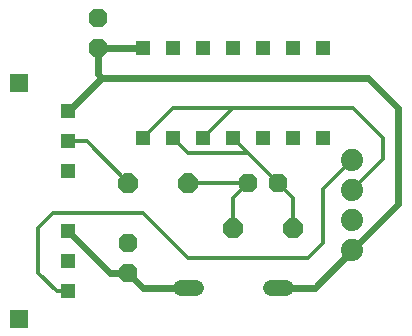
<source format=gbr>
G04 EAGLE Gerber RS-274X export*
G75*
%MOMM*%
%FSLAX34Y34*%
%LPD*%
%INTop Copper*%
%IPPOS*%
%AMOC8*
5,1,8,0,0,1.08239X$1,22.5*%
G01*
%ADD10P,1.732040X8X112.500000*%
%ADD11P,1.732040X8X22.500000*%
%ADD12C,1.879600*%
%ADD13C,1.320800*%
%ADD14R,1.308000X1.308000*%
%ADD15R,1.508000X1.508000*%
%ADD16P,1.814519X8X202.500000*%
%ADD17C,0.609600*%
%ADD18C,0.304800*%


D10*
X114300Y114300D03*
X114300Y139700D03*
D11*
X215900Y190500D03*
X241300Y190500D03*
D10*
X88900Y304800D03*
X88900Y330200D03*
D12*
X304000Y209400D03*
X304000Y184000D03*
X304000Y158600D03*
X304000Y133200D03*
D13*
X247904Y101600D02*
X234696Y101600D01*
X171704Y101600D02*
X158496Y101600D01*
D14*
X203200Y304800D03*
X203200Y228600D03*
X177800Y304800D03*
X152400Y304800D03*
X127000Y304800D03*
X127000Y228600D03*
X152400Y228600D03*
X177800Y228600D03*
X228600Y228600D03*
X254000Y228600D03*
X279400Y228600D03*
X228600Y304800D03*
X254000Y304800D03*
X279400Y304800D03*
X63500Y149600D03*
X63500Y124200D03*
X63500Y98800D03*
X63500Y200400D03*
X63500Y225800D03*
X63500Y251200D03*
D15*
X21500Y275000D03*
X21500Y75000D03*
D16*
X165100Y190500D03*
X114300Y190500D03*
X254000Y152400D03*
X203200Y152400D03*
D17*
X272400Y101600D02*
X304000Y133200D01*
X272400Y101600D02*
X241300Y101600D01*
X304000Y133200D02*
X342900Y172100D01*
X342900Y254000D01*
X317500Y279400D01*
X91700Y279400D02*
X63500Y251200D01*
X91700Y279400D02*
X317500Y279400D01*
X91700Y279400D02*
X88900Y282200D01*
X88900Y304800D01*
X127000Y304800D01*
D18*
X304000Y184000D02*
X330200Y210200D01*
X330200Y228600D01*
X304800Y254000D01*
X203200Y254000D01*
X177800Y254000D01*
X152400Y254000D01*
X127000Y228600D01*
X177800Y228600D02*
X203200Y254000D01*
X279400Y184800D02*
X304000Y209400D01*
X279400Y184800D02*
X279400Y139700D01*
X266700Y127000D01*
X165100Y127000D01*
X127000Y165100D01*
X50800Y165100D01*
X38100Y152400D01*
X38100Y114300D01*
X53600Y98800D01*
X63500Y98800D01*
D17*
X127000Y101600D02*
X165100Y101600D01*
X127000Y101600D02*
X114300Y114300D01*
X98800Y114300D01*
X63500Y149600D01*
D18*
X114300Y190500D02*
X79000Y225800D01*
X63500Y225800D01*
X165100Y190500D02*
X215900Y190500D01*
X203200Y177800D02*
X203200Y152400D01*
X203200Y177800D02*
X215900Y190500D01*
X165100Y215900D02*
X152400Y228600D01*
X215900Y215900D02*
X241300Y190500D01*
X215900Y215900D02*
X165100Y215900D01*
X203200Y228600D02*
X215900Y215900D01*
X241300Y190500D02*
X254000Y177800D01*
X254000Y152400D01*
M02*

</source>
